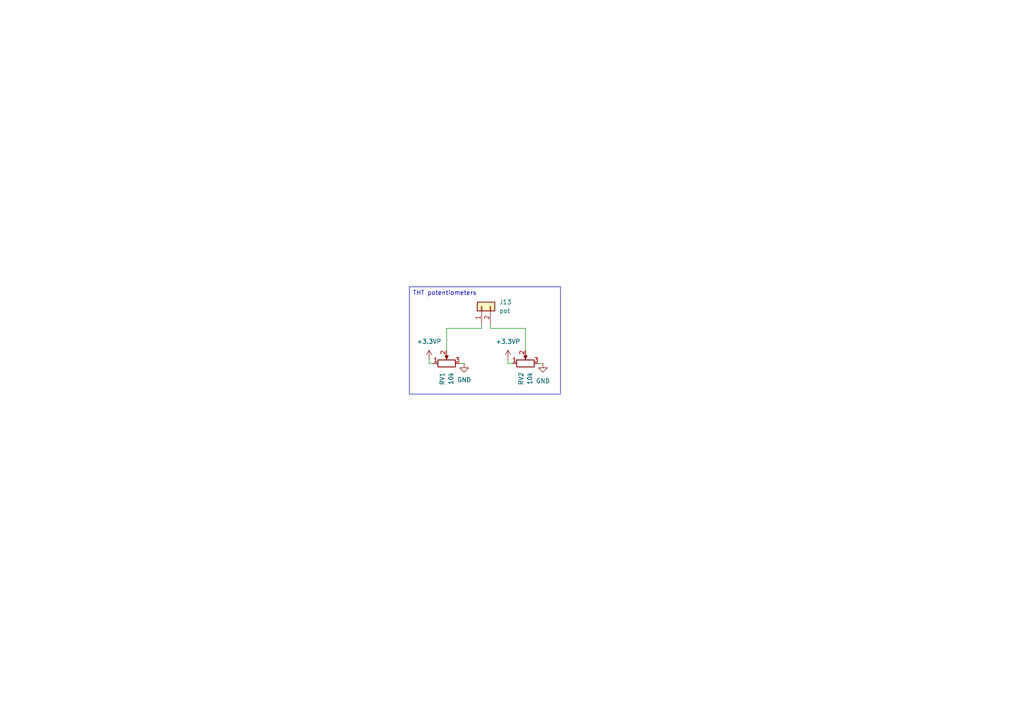
<source format=kicad_sch>
(kicad_sch (version 20250114) (generator "eeschema") (generator_version "9.0")
  (paper "A4")
  (title_block (date "2026-01-16") (rev "0.0.2") (company "KN NaMi"))
  (lib_symbols
    (symbol "Connector_Generic:Conn_01x02" (pin_names (offset 1.016) (hide yes))
      (property "Reference" "J" (at 0 2.54 0))
      (property "Value" "Conn_01x02" (at 0 -5.08 0))
      (symbol "Conn_01x02_1_1"
        (rectangle (start -1.27 1.27) (end 1.27 -3.81) (stroke (width 0.254)) (fill (type background)))
        (rectangle (start -1.27 0.127) (end 0 -0.127) (stroke (width 0.1524)))
        (rectangle (start -1.27 -2.413) (end 0 -2.667) (stroke (width 0.1524)))
        (pin passive line (at -5.08 0 0) (length 3.81) (name "Pin_1") (number "1"))
        (pin passive line (at -5.08 -2.54 0) (length 3.81) (name "Pin_2") (number "2"))
      )
    )
    (symbol "Device:R_Potentiometer" (pin_names (offset 1.016) (hide yes))
      (property "Reference" "RV" (at -4.445 0 90))
      (property "Value" "R_Potentiometer" (at -2.54 0 90))
      (symbol "R_Potentiometer_0_1"
        (rectangle (start 1.016 2.54) (end -1.016 -2.54) (stroke (width 0.254)))
        (polyline (pts (xy 1.143 0) (xy 2.286 0.508) (xy 2.286 -0.508) (xy 1.143 0)) (fill (type outline)))
        (polyline (pts (xy 2.54 0) (xy 1.524 0)))
      )
      (symbol "R_Potentiometer_1_1"
        (pin passive line (at 0 3.81 270) (length 1.27) (name "1") (number "1"))
        (pin passive line (at 0 -3.81 90) (length 1.27) (name "3") (number "3"))
        (pin passive line (at 3.81 0 180) (length 1.27) (name "2") (number "2"))
      )
    )
    (symbol "power:+3.3VP" (power) (pin_numbers (hide yes)) (pin_names (offset 0) (hide yes))
      (property "Value" "+3.3VP" (at 0 3.556 0))
      (symbol "+3.3VP_0_0"
        (pin power_in line (at 0 0 90) (length 0) (name "~") (number "1"))
      )
      (symbol "+3.3VP_0_1"
        (polyline (pts (xy -0.762 1.27) (xy 0 2.54)))
        (polyline (pts (xy 0 2.54) (xy 0.762 1.27)))
        (polyline (pts (xy 0 0) (xy 0 2.54)))
      )
    )
    (symbol "power:GND" (power) (pin_numbers (hide yes)) (pin_names (offset 0) (hide yes))
      (property "Value" "GND" (at 0 -3.81 0))
      (symbol "GND_0_1"
        (polyline (pts (xy 0 0) (xy 0 -1.27) (xy 1.27 -1.27) (xy 0 -2.54) (xy -1.27 -1.27) (xy 0 -1.27)))
      )
      (symbol "GND_1_1"
        (pin power_in line (at 0 0 270) (length 0) (name "~") (number "1"))
      )
    )
  )
  (text_box "THT potentiometers" (at 118.745 83.185 0) (size 43.815 31.115) (margins 0.9525 0.9525 0.9525 0.9525) (effects (font (size 1.27 1.27)) (justify left top)))
  (wire (pts (xy 157.48 105.41) (xy 156.21 105.41)))
  (wire (pts (xy 134.62 105.41) (xy 133.35 105.41)))
  (wire (pts (xy 147.32 104.14) (xy 147.32 105.41)))
  (wire (pts (xy 142.24 95.25) (xy 142.24 93.98)))
  (wire (pts (xy 129.54 95.25) (xy 129.54 101.6)))
  (wire (pts (xy 139.7 93.98) (xy 139.7 95.25)))
  (wire (pts (xy 124.46 105.41) (xy 125.73 105.41)))
  (wire (pts (xy 152.4 101.6) (xy 152.4 95.25)))
  (wire (pts (xy 147.32 105.41) (xy 148.59 105.41)))
  (wire (pts (xy 139.7 95.25) (xy 129.54 95.25)))
  (wire (pts (xy 152.4 95.25) (xy 142.24 95.25)))
  (wire (pts (xy 124.46 104.14) (xy 124.46 105.41)))
  (symbol (lib_id "Device:R_Potentiometer") (at 152.4 105.41 90) (unit 1)
    (property "Reference" "RV2" (at 151.1299 107.95 0) (effects (justify right)))
    (property "Value" "10k" (at 153.6699 107.95 0) (effects (justify right)))
    (property "Footprint" "Potentiometer_THT:Potentiometer_Bourns_3296W_Vertical" (effects (hide yes)))
    (property "Description" "Potentiometer" (effects (hide yes)))
  )
  (symbol (lib_id "power:+3.3VP") (at 124.46 104.14 0) (unit 1)
    (property "Reference" "#PWR099" (effects (hide yes)))
    (property "Value" "+3.3VP" (at 124.46 99.06 0))
    (property "Description" "Power symbol creates a global label with name \"+3.3VP\"" (effects (hide yes)))
  )
  (symbol (lib_id "power:GND") (at 134.62 105.41 0) (unit 1)
    (property "Reference" "#PWR0102" (effects (hide yes)))
    (property "Value" "GND" (at 134.62 110.1725 0))
    (property "Description" "Power symbol creates a global label with name \"GND\" , ground" (effects (hide yes)))
  )
  (symbol (lib_id "power:+3.3VP") (at 147.32 104.14 0) (unit 1)
    (property "Reference" "#PWR0100" (effects (hide yes)))
    (property "Value" "+3.3VP" (at 147.32 99.06 0))
    (property "Description" "Power symbol creates a global label with name \"+3.3VP\"" (effects (hide yes)))
  )
  (symbol (lib_id "Connector_Generic:Conn_01x02") (at 139.7 88.9 90) (unit 1)
    (property "Reference" "J13" (at 144.78 87.6299 90) (effects (justify right)))
    (property "Value" "pot" (at 144.78 90.1699 90) (effects (justify right)))
    (property "Footprint" "Connector_PinHeader_2.54mm:PinHeader_1x02_P2.54mm_Vertical" (effects (hide yes)))
    (property "Description" "Generic connector, single row, 01x02, script generated (kicad-library-utils/schlib/autogen/connector/)" (effects (hide yes)))
  )
  (symbol (lib_id "power:GND") (at 157.48 105.41 0) (unit 1)
    (property "Reference" "#PWR0103" (effects (hide yes)))
    (property "Value" "GND" (at 157.48 110.49 0))
    (property "Description" "Power symbol creates a global label with name \"GND\" , ground" (effects (hide yes)))
  )
  (symbol (lib_id "Device:R_Potentiometer") (at 129.54 105.41 90) (unit 1)
    (property "Reference" "RV1" (at 128.2699 107.95 0) (effects (justify right)))
    (property "Value" "10k" (at 130.8099 107.95 0) (effects (justify right)))
    (property "Footprint" "Potentiometer_THT:Potentiometer_Runtron_RM-065_Vertical" (effects (hide yes)))
    (property "Description" "Potentiometer" (effects (hide yes)))
  )
)
</source>
